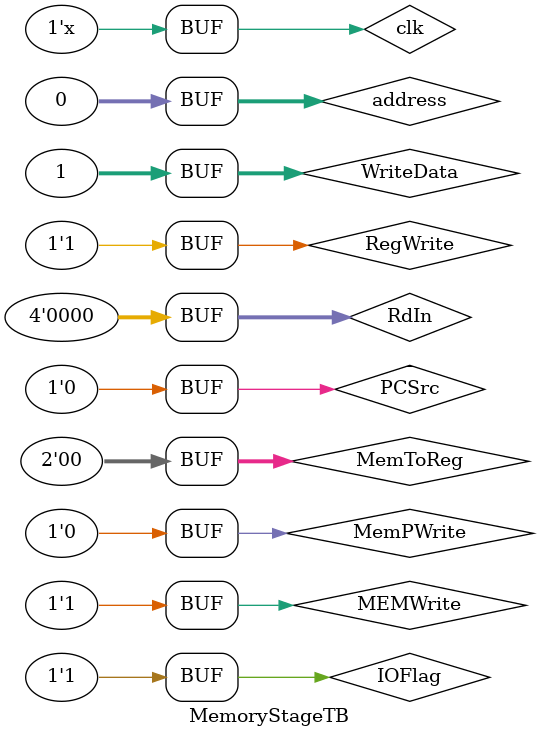
<source format=sv>
module MemoryStageTB();
	
	parameter N = 32;

	logic clk, MEMWrite, MemPWrite, PCSrc, RegWrite, IOFlag;
	logic [1:0] MemToReg;
	logic [N-1:0] address, WriteData;
	logic [3:0] RdIn;
	//outputs
	logic [N-1:0] ReadDataDataMem, ReadDataPixMem, ALUresultOut;
	logic [3:0]  RdOut;
	logic PCSrcOut, RegWriteOut, IOFlagOut;
	logic [1:0] MemToRegOut;
							
	MemoryStage #(N) memoryStage 
						  (clk, MEMWrite, MemPWrite, PCSrc, RegWrite, IOFlag,
							MemToReg,
							address, WriteData,
							RdIn,
							ReadDataDataMem, ReadDataPixMem, ALUresultOut,
							RdOut,
							PCSrcOut, RegWriteOut, IOFlagOut,
							MemToRegOut);
							
	always begin
		#1
		clk = ~clk;
	end
	
	
	initial begin
		clk = 1;
		
		MEMWrite = 1;
		MemPWrite = 0;

		PCSrc = 0;
	   address = 32'b0;
		WriteData = 32'b1; //escribe 1
	   
	   //registros que pasan directo
		RegWrite = 1;
		IOFlag = 1;
		MemToReg = 2'b0;
		RdIn = 4'b0;
		//***************************
		//notar que el dato de escritura no varia
		
		//datos lee
		//pixels escribe
		#4
		MEMWrite = 0;
		MemPWrite = 1;
		
		//datos escribe
		//pixels lee
		#4
		MEMWrite = 0;
		MemPWrite = 1;
		
		//En este punto debe verse reflejado el pixel escrito
		//datos escribe
		//pixels lee
		#4
		MEMWrite = 1;
		MemPWrite = 0;
	end
endmodule
</source>
